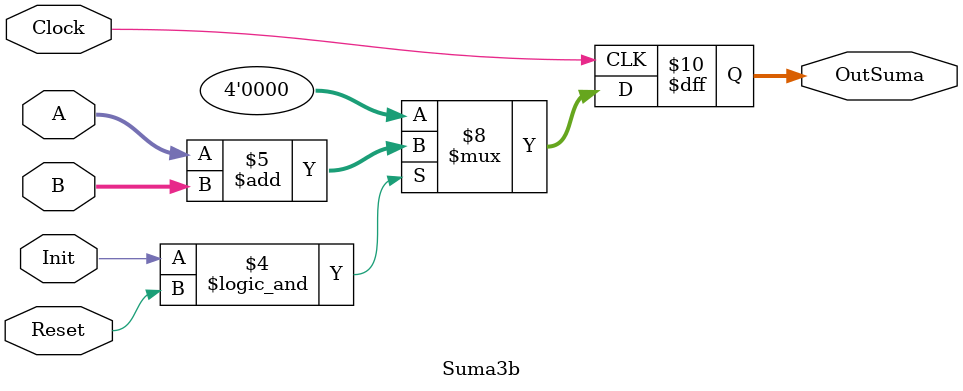
<source format=v>
module Suma3b(Clock, Init, Reset, A, B, OutSuma);

input wire Clock;
input wire Init;
input wire Reset;
input wire [2:0] A;
input wire [2:0] B;
output reg [3:0] OutSuma;

initial begin
    
    OutSuma=1'b0;

end

always @(posedge Clock)begin
    if((Init==1) && (Reset==1))begin
        OutSuma=A+B;
    end
    else OutSuma=1'b0;

end

endmodule

</source>
